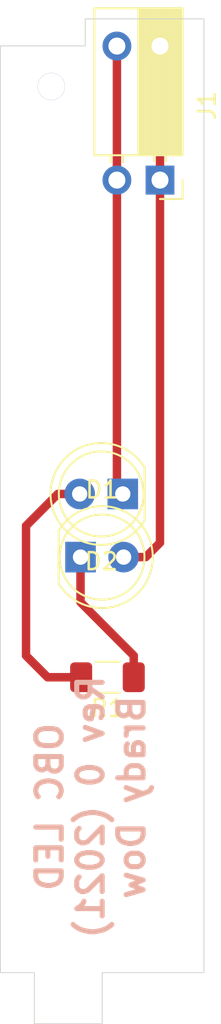
<source format=kicad_pcb>
(kicad_pcb (version 20171130) (host pcbnew "(5.1.9)-1")

  (general
    (thickness 1.6)
    (drawings 11)
    (tracks 18)
    (zones 0)
    (modules 4)
    (nets 5)
  )

  (page A4)
  (layers
    (0 F.Cu signal)
    (31 B.Cu signal)
    (32 B.Adhes user)
    (33 F.Adhes user)
    (34 B.Paste user)
    (35 F.Paste user)
    (36 B.SilkS user)
    (37 F.SilkS user)
    (38 B.Mask user)
    (39 F.Mask user)
    (40 Dwgs.User user)
    (41 Cmts.User user)
    (42 Eco1.User user)
    (43 Eco2.User user)
    (44 Edge.Cuts user)
    (45 Margin user)
    (46 B.CrtYd user)
    (47 F.CrtYd user)
    (48 B.Fab user)
    (49 F.Fab user)
  )

  (setup
    (last_trace_width 0.25)
    (trace_clearance 0.2)
    (zone_clearance 0.508)
    (zone_45_only no)
    (trace_min 0.2)
    (via_size 0.8)
    (via_drill 0.4)
    (via_min_size 0.4)
    (via_min_drill 0.3)
    (uvia_size 0.3)
    (uvia_drill 0.1)
    (uvias_allowed no)
    (uvia_min_size 0.2)
    (uvia_min_drill 0.1)
    (edge_width 0.05)
    (segment_width 0.2)
    (pcb_text_width 0.3)
    (pcb_text_size 1.5 1.5)
    (mod_edge_width 0.12)
    (mod_text_size 1 1)
    (mod_text_width 0.15)
    (pad_size 1.524 1.524)
    (pad_drill 0.762)
    (pad_to_mask_clearance 0)
    (aux_axis_origin 0 0)
    (visible_elements 7FFFFFFF)
    (pcbplotparams
      (layerselection 0x010f0_ffffffff)
      (usegerberextensions false)
      (usegerberattributes true)
      (usegerberadvancedattributes true)
      (creategerberjobfile true)
      (excludeedgelayer true)
      (linewidth 0.100000)
      (plotframeref false)
      (viasonmask false)
      (mode 1)
      (useauxorigin false)
      (hpglpennumber 1)
      (hpglpenspeed 20)
      (hpglpendiameter 15.000000)
      (psnegative false)
      (psa4output false)
      (plotreference true)
      (plotvalue true)
      (plotinvisibletext false)
      (padsonsilk false)
      (subtractmaskfromsilk false)
      (outputformat 1)
      (mirror false)
      (drillshape 0)
      (scaleselection 1)
      (outputdirectory "plots/"))
  )

  (net 0 "")
  (net 1 "Net-(D1-Pad1)")
  (net 2 "Net-(D1-Pad2)")
  (net 3 "Net-(D2-Pad2)")
  (net 4 "Net-(D2-Pad1)")

  (net_class Default "This is the default net class."
    (clearance 0.2)
    (trace_width 0.25)
    (via_dia 0.8)
    (via_drill 0.4)
    (uvia_dia 0.3)
    (uvia_drill 0.1)
    (add_net "Net-(D1-Pad1)")
    (add_net "Net-(D1-Pad2)")
    (add_net "Net-(D2-Pad1)")
    (add_net "Net-(D2-Pad2)")
  )

  (module Resistor_SMD:R_1206_3216Metric_Pad1.30x1.75mm_HandSolder (layer F.Cu) (tedit 5F68FEEE) (tstamp 604389AF)
    (at 21.31 52.07 180)
    (descr "Resistor SMD 1206 (3216 Metric), square (rectangular) end terminal, IPC_7351 nominal with elongated pad for handsoldering. (Body size source: IPC-SM-782 page 72, https://www.pcb-3d.com/wordpress/wp-content/uploads/ipc-sm-782a_amendment_1_and_2.pdf), generated with kicad-footprint-generator")
    (tags "resistor handsolder")
    (path /60238D1F)
    (attr smd)
    (fp_text reference R1 (at 0 -1.82) (layer F.SilkS)
      (effects (font (size 1 1) (thickness 0.15)))
    )
    (fp_text value 10000 (at 0 1.82) (layer F.Fab)
      (effects (font (size 1 1) (thickness 0.15)))
    )
    (fp_text user %R (at 0 0) (layer F.Fab)
      (effects (font (size 0.8 0.8) (thickness 0.12)))
    )
    (fp_line (start -1.6 0.8) (end -1.6 -0.8) (layer F.Fab) (width 0.1))
    (fp_line (start -1.6 -0.8) (end 1.6 -0.8) (layer F.Fab) (width 0.1))
    (fp_line (start 1.6 -0.8) (end 1.6 0.8) (layer F.Fab) (width 0.1))
    (fp_line (start 1.6 0.8) (end -1.6 0.8) (layer F.Fab) (width 0.1))
    (fp_line (start -0.727064 -0.91) (end 0.727064 -0.91) (layer F.SilkS) (width 0.12))
    (fp_line (start -0.727064 0.91) (end 0.727064 0.91) (layer F.SilkS) (width 0.12))
    (fp_line (start -2.45 1.12) (end -2.45 -1.12) (layer F.CrtYd) (width 0.05))
    (fp_line (start -2.45 -1.12) (end 2.45 -1.12) (layer F.CrtYd) (width 0.05))
    (fp_line (start 2.45 -1.12) (end 2.45 1.12) (layer F.CrtYd) (width 0.05))
    (fp_line (start 2.45 1.12) (end -2.45 1.12) (layer F.CrtYd) (width 0.05))
    (pad 2 smd roundrect (at 1.55 0 180) (size 1.3 1.75) (layers F.Cu F.Paste F.Mask) (roundrect_rratio 0.1923076923076923)
      (net 3 "Net-(D2-Pad2)"))
    (pad 1 smd roundrect (at -1.55 0 180) (size 1.3 1.75) (layers F.Cu F.Paste F.Mask) (roundrect_rratio 0.1923076923076923)
      (net 1 "Net-(D1-Pad1)"))
    (model ${KISYS3DMOD}/Resistor_SMD.3dshapes/R_1206_3216Metric.wrl
      (at (xyz 0 0 0))
      (scale (xyz 1 1 1))
      (rotate (xyz 0 0 0))
    )
  )

  (module LED_THT:LED_D5.0mm (layer F.Cu) (tedit 5995936A) (tstamp 6023CA12)
    (at 19.722532 45.015429)
    (descr "LED, diameter 5.0mm, 2 pins, http://cdn-reichelt.de/documents/datenblatt/A500/LL-504BC2E-009.pdf")
    (tags "LED diameter 5.0mm 2 pins")
    (path /6023A561)
    (fp_text reference D1 (at 1.27 -3.96) (layer F.SilkS)
      (effects (font (size 1 1) (thickness 0.15)))
    )
    (fp_text value LED (at 1.27 3.96) (layer F.Fab)
      (effects (font (size 1 1) (thickness 0.15)))
    )
    (fp_line (start 4.5 -3.25) (end -1.95 -3.25) (layer F.CrtYd) (width 0.05))
    (fp_line (start 4.5 3.25) (end 4.5 -3.25) (layer F.CrtYd) (width 0.05))
    (fp_line (start -1.95 3.25) (end 4.5 3.25) (layer F.CrtYd) (width 0.05))
    (fp_line (start -1.95 -3.25) (end -1.95 3.25) (layer F.CrtYd) (width 0.05))
    (fp_line (start -1.29 -1.545) (end -1.29 1.545) (layer F.SilkS) (width 0.12))
    (fp_line (start -1.23 -1.469694) (end -1.23 1.469694) (layer F.Fab) (width 0.1))
    (fp_circle (center 1.27 0) (end 3.77 0) (layer F.SilkS) (width 0.12))
    (fp_circle (center 1.27 0) (end 3.77 0) (layer F.Fab) (width 0.1))
    (fp_arc (start 1.27 0) (end -1.23 -1.469694) (angle 299.1) (layer F.Fab) (width 0.1))
    (fp_arc (start 1.27 0) (end -1.29 -1.54483) (angle 148.9) (layer F.SilkS) (width 0.12))
    (fp_arc (start 1.27 0) (end -1.29 1.54483) (angle -148.9) (layer F.SilkS) (width 0.12))
    (fp_text user %R (at 1.25 0) (layer F.Fab)
      (effects (font (size 0.8 0.8) (thickness 0.2)))
    )
    (pad 1 thru_hole rect (at 0 0) (size 1.8 1.8) (drill 0.9) (layers *.Cu *.Mask)
      (net 1 "Net-(D1-Pad1)"))
    (pad 2 thru_hole circle (at 2.54 0) (size 1.8 1.8) (drill 0.9) (layers *.Cu *.Mask)
      (net 2 "Net-(D1-Pad2)"))
    (model ${KISYS3DMOD}/LED_THT.3dshapes/LED_D5.0mm.wrl
      (at (xyz 0 0 0))
      (scale (xyz 1 1 1))
      (rotate (xyz 0 0 0))
    )
  )

  (module LED_THT:LED_D5.0mm (layer F.Cu) (tedit 5995936A) (tstamp 6023CA24)
    (at 22.214151 41.308193 180)
    (descr "LED, diameter 5.0mm, 2 pins, http://cdn-reichelt.de/documents/datenblatt/A500/LL-504BC2E-009.pdf")
    (tags "LED diameter 5.0mm 2 pins")
    (path /6023B59A)
    (fp_text reference D2 (at 1.27 -3.96) (layer F.SilkS)
      (effects (font (size 1 1) (thickness 0.15)))
    )
    (fp_text value LED (at 1.27 3.96) (layer F.Fab)
      (effects (font (size 1 1) (thickness 0.15)))
    )
    (fp_circle (center 1.27 0) (end 3.77 0) (layer F.Fab) (width 0.1))
    (fp_circle (center 1.27 0) (end 3.77 0) (layer F.SilkS) (width 0.12))
    (fp_line (start -1.23 -1.469694) (end -1.23 1.469694) (layer F.Fab) (width 0.1))
    (fp_line (start -1.29 -1.545) (end -1.29 1.545) (layer F.SilkS) (width 0.12))
    (fp_line (start -1.95 -3.25) (end -1.95 3.25) (layer F.CrtYd) (width 0.05))
    (fp_line (start -1.95 3.25) (end 4.5 3.25) (layer F.CrtYd) (width 0.05))
    (fp_line (start 4.5 3.25) (end 4.5 -3.25) (layer F.CrtYd) (width 0.05))
    (fp_line (start 4.5 -3.25) (end -1.95 -3.25) (layer F.CrtYd) (width 0.05))
    (fp_text user %R (at 1.25 0) (layer F.Fab)
      (effects (font (size 0.8 0.8) (thickness 0.2)))
    )
    (fp_arc (start 1.27 0) (end -1.29 1.54483) (angle -148.9) (layer F.SilkS) (width 0.12))
    (fp_arc (start 1.27 0) (end -1.29 -1.54483) (angle 148.9) (layer F.SilkS) (width 0.12))
    (fp_arc (start 1.27 0) (end -1.23 -1.469694) (angle 299.1) (layer F.Fab) (width 0.1))
    (pad 2 thru_hole circle (at 2.54 0 180) (size 1.8 1.8) (drill 0.9) (layers *.Cu *.Mask)
      (net 3 "Net-(D2-Pad2)"))
    (pad 1 thru_hole rect (at 0 0 180) (size 1.8 1.8) (drill 0.9) (layers *.Cu *.Mask)
      (net 4 "Net-(D2-Pad1)"))
    (model ${KISYS3DMOD}/LED_THT.3dshapes/LED_D5.0mm.wrl
      (at (xyz 0 0 0))
      (scale (xyz 1 1 1))
      (rotate (xyz 0 0 0))
    )
  )

  (module bmw-obc-backlight-footprints:TE_2Position_2.54mmPitch_Horizontal_Header (layer F.Cu) (tedit 60235EAA) (tstamp 604321DA)
    (at 24.408508 22.88 270)
    (descr "Through hole angled socket strip, 1x02, 2.54mm pitch, 8.51mm socket length, single row (from Kicad 4.0.7), script generated")
    (tags "Through hole angled socket strip THT 1x02 2.54mm single row")
    (path /60235A24)
    (fp_text reference J1 (at -4.38 -2.77 90) (layer F.SilkS)
      (effects (font (size 1 1) (thickness 0.15)))
    )
    (fp_text value Conn_01x02 (at -4.38 5.31 90) (layer F.Fab)
      (effects (font (size 1 1) (thickness 0.15)))
    )
    (fp_line (start -10.03 -1.27) (end -2.49 -1.27) (layer F.Fab) (width 0.1))
    (fp_line (start -2.49 -1.27) (end -1.52 -0.3) (layer F.Fab) (width 0.1))
    (fp_line (start -1.52 -0.3) (end -1.52 3.81) (layer F.Fab) (width 0.1))
    (fp_line (start -1.52 3.81) (end -10.03 3.81) (layer F.Fab) (width 0.1))
    (fp_line (start -10.03 3.81) (end -10.03 -1.27) (layer F.Fab) (width 0.1))
    (fp_line (start 0 -0.3) (end -1.52 -0.3) (layer F.Fab) (width 0.1))
    (fp_line (start -1.52 0.3) (end 0 0.3) (layer F.Fab) (width 0.1))
    (fp_line (start 0 0.3) (end 0 -0.3) (layer F.Fab) (width 0.1))
    (fp_line (start 0 2.24) (end -1.52 2.24) (layer F.Fab) (width 0.1))
    (fp_line (start -1.52 2.84) (end 0 2.84) (layer F.Fab) (width 0.1))
    (fp_line (start 0 2.84) (end 0 2.24) (layer F.Fab) (width 0.1))
    (fp_line (start -10.09 -1.21) (end -1.46 -1.21) (layer F.SilkS) (width 0.12))
    (fp_line (start -10.09 -1.091905) (end -1.46 -1.091905) (layer F.SilkS) (width 0.12))
    (fp_line (start -10.09 -0.97381) (end -1.46 -0.97381) (layer F.SilkS) (width 0.12))
    (fp_line (start -10.09 -0.855715) (end -1.46 -0.855715) (layer F.SilkS) (width 0.12))
    (fp_line (start -10.09 -0.73762) (end -1.46 -0.73762) (layer F.SilkS) (width 0.12))
    (fp_line (start -10.09 -0.619525) (end -1.46 -0.619525) (layer F.SilkS) (width 0.12))
    (fp_line (start -10.09 -0.50143) (end -1.46 -0.50143) (layer F.SilkS) (width 0.12))
    (fp_line (start -10.09 -0.383335) (end -1.46 -0.383335) (layer F.SilkS) (width 0.12))
    (fp_line (start -10.09 -0.26524) (end -1.46 -0.26524) (layer F.SilkS) (width 0.12))
    (fp_line (start -10.09 -0.147145) (end -1.46 -0.147145) (layer F.SilkS) (width 0.12))
    (fp_line (start -10.09 -0.02905) (end -1.46 -0.02905) (layer F.SilkS) (width 0.12))
    (fp_line (start -10.09 0.089045) (end -1.46 0.089045) (layer F.SilkS) (width 0.12))
    (fp_line (start -10.09 0.20714) (end -1.46 0.20714) (layer F.SilkS) (width 0.12))
    (fp_line (start -10.09 0.325235) (end -1.46 0.325235) (layer F.SilkS) (width 0.12))
    (fp_line (start -10.09 0.44333) (end -1.46 0.44333) (layer F.SilkS) (width 0.12))
    (fp_line (start -10.09 0.561425) (end -1.46 0.561425) (layer F.SilkS) (width 0.12))
    (fp_line (start -10.09 0.67952) (end -1.46 0.67952) (layer F.SilkS) (width 0.12))
    (fp_line (start -10.09 0.797615) (end -1.46 0.797615) (layer F.SilkS) (width 0.12))
    (fp_line (start -10.09 0.91571) (end -1.46 0.91571) (layer F.SilkS) (width 0.12))
    (fp_line (start -10.09 1.033805) (end -1.46 1.033805) (layer F.SilkS) (width 0.12))
    (fp_line (start -10.09 1.1519) (end -1.46 1.1519) (layer F.SilkS) (width 0.12))
    (fp_line (start -1.46 -0.36) (end -1.11 -0.36) (layer F.SilkS) (width 0.12))
    (fp_line (start -1.46 0.36) (end -1.11 0.36) (layer F.SilkS) (width 0.12))
    (fp_line (start -1.46 2.18) (end -1.05 2.18) (layer F.SilkS) (width 0.12))
    (fp_line (start -1.46 2.9) (end -1.05 2.9) (layer F.SilkS) (width 0.12))
    (fp_line (start -10.09 1.27) (end -1.46 1.27) (layer F.SilkS) (width 0.12))
    (fp_line (start -10.09 -1.33) (end -1.46 -1.33) (layer F.SilkS) (width 0.12))
    (fp_line (start -1.46 -1.33) (end -1.46 3.87) (layer F.SilkS) (width 0.12))
    (fp_line (start -10.09 3.87) (end -1.46 3.87) (layer F.SilkS) (width 0.12))
    (fp_line (start -10.09 -1.33) (end -10.09 3.87) (layer F.SilkS) (width 0.12))
    (fp_line (start 1.11 -1.33) (end 1.11 0) (layer F.SilkS) (width 0.12))
    (fp_line (start 0 -1.33) (end 1.11 -1.33) (layer F.SilkS) (width 0.12))
    (fp_line (start 1.75 -1.75) (end -10.55 -1.75) (layer F.CrtYd) (width 0.05))
    (fp_line (start -10.55 -1.75) (end -10.55 4.35) (layer F.CrtYd) (width 0.05))
    (fp_line (start -10.55 4.35) (end 1.75 4.35) (layer F.CrtYd) (width 0.05))
    (fp_line (start 1.75 4.35) (end 1.75 -1.75) (layer F.CrtYd) (width 0.05))
    (fp_text user %R (at -5.775 1.27 90) (layer F.Fab)
      (effects (font (size 1 1) (thickness 0.15)))
    )
    (pad 2 thru_hole oval (at -7.87 2.54 270) (size 1.7 1.7) (drill 1) (layers *.Cu *.Mask)
      (net 4 "Net-(D2-Pad1)"))
    (pad 1 thru_hole rect (at -7.87 0 270) (size 1.7 1.7) (drill 1) (layers *.Cu *.Mask)
      (net 2 "Net-(D1-Pad2)"))
    (pad 1 thru_hole rect (at 0 0 270) (size 1.7 1.7) (drill 1) (layers *.Cu *.Mask)
      (net 2 "Net-(D1-Pad2)"))
    (pad 2 thru_hole oval (at 0 2.54 270) (size 1.7 1.7) (drill 1) (layers *.Cu *.Mask)
      (net 4 "Net-(D2-Pad1)"))
    (model ${KISYS3DMOD}/Connector_PinSocket_2.54mm.3dshapes/PinSocket_1x02_P2.54mm_Horizontal.wrl
      (at (xyz 0 0 0))
      (scale (xyz 1 1 1))
      (rotate (xyz 0 0 0))
    )
  )

  (gr_text "OBC LED\nRev 0 (2021)\nBrady Dow " (at 20.32 59.69 90) (layer B.SilkS)
    (effects (font (size 1.5 1.5) (thickness 0.3)) (justify mirror))
  )
  (gr_line (start 17 69.4125) (end 15 69.4125) (layer Edge.Cuts) (width 0.05) (tstamp 6023CDC3))
  (gr_line (start 17 72.4125) (end 17 69.4125) (layer Edge.Cuts) (width 0.05))
  (gr_line (start 21 72.4125) (end 17 72.4125) (layer Edge.Cuts) (width 0.05))
  (gr_line (start 21 69.4125) (end 21 72.4125) (layer Edge.Cuts) (width 0.05))
  (gr_line (start 27 69.4125) (end 21 69.4125) (layer Edge.Cuts) (width 0.05))
  (gr_line (start 27 13.4125) (end 27 69.4125) (layer Edge.Cuts) (width 0.05))
  (gr_line (start 20 13.4125) (end 27 13.4125) (layer Edge.Cuts) (width 0.05))
  (gr_line (start 20 15) (end 20 13.4125) (layer Edge.Cuts) (width 0.05))
  (gr_line (start 15 15) (end 20 15) (layer Edge.Cuts) (width 0.05))
  (gr_line (start 15 15) (end 15 69.4125) (layer Edge.Cuts) (width 0.05))

  (via (at 18 17.38125) (size 1.6) (drill 1.5875) (layers F.Cu B.Cu) (net 0))
  (segment (start 22.86 52.07) (end 22.86 50.8) (width 0.5) (layer F.Cu) (net 1))
  (segment (start 19.722532 47.662532) (end 19.722532 45.015429) (width 0.5) (layer F.Cu) (net 1))
  (segment (start 22.86 50.8) (end 19.722532 47.662532) (width 0.5) (layer F.Cu) (net 1))
  (segment (start 24.408508 24.123633) (end 24.408508 16.253633) (width 0.5) (layer F.Cu) (net 2))
  (segment (start 24.408508 24.123633) (end 24.408508 44.171492) (width 0.5) (layer F.Cu) (net 2))
  (segment (start 23.564571 45.015429) (end 22.262532 45.015429) (width 0.5) (layer F.Cu) (net 2))
  (segment (start 24.408508 44.171492) (end 23.564571 45.015429) (width 0.5) (layer F.Cu) (net 2))
  (segment (start 24.408508 16.253633) (end 24.408508 15.01) (width 0.5) (layer F.Cu) (net 2))
  (segment (start 19.76 52.07) (end 17.78 52.07) (width 0.5) (layer F.Cu) (net 3))
  (segment (start 17.78 52.07) (end 16.51 50.8) (width 0.5) (layer F.Cu) (net 3))
  (segment (start 16.51 50.8) (end 16.51 43.18) (width 0.5) (layer F.Cu) (net 3))
  (segment (start 18.381807 41.308193) (end 19.674151 41.308193) (width 0.5) (layer F.Cu) (net 3))
  (segment (start 16.51 43.18) (end 18.381807 41.308193) (width 0.5) (layer F.Cu) (net 3))
  (segment (start 21.868508 40.96255) (end 22.214151 41.308193) (width 0.25) (layer F.Cu) (net 4))
  (segment (start 21.868508 24.123633) (end 21.868508 40.96255) (width 0.5) (layer F.Cu) (net 4))
  (segment (start 21.868508 24.123633) (end 21.868508 16.253633) (width 0.5) (layer F.Cu) (net 4))
  (segment (start 21.868508 16.253633) (end 21.868508 15.01) (width 0.5) (layer F.Cu) (net 4))

)

</source>
